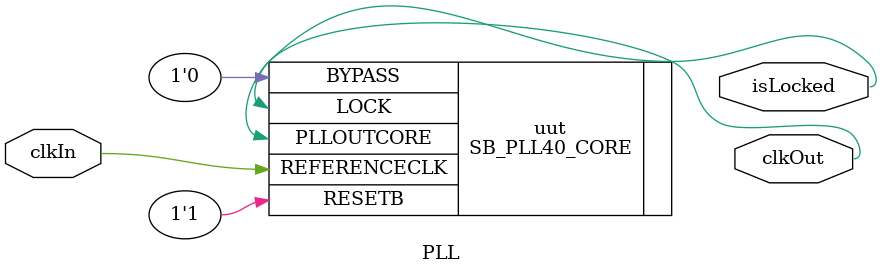
<source format=v>
module PLL(clkIn, clkOut, isLocked);

   // Input ports
    input clkIn;

   // Output ports
   output clkOut;
   output isLocked;

   SB_PLL40_CORE #(
       .FEEDBACK_PATH("SIMPLE"),
       .PLLOUT_SELECT("GENCLK"),
       .DIVR(4'b0000),
       .DIVF(7'b1001111),
       .DIVQ(3'b100),
       .FILTER_RANGE(3'b001)
   ) uut (
       .LOCK(isLocked),
       .RESETB(1'b1),
       .BYPASS(1'b0),
       .REFERENCECLK(clkIn),
       .PLLOUTCORE(clkOut)
   );
endmodule

</source>
